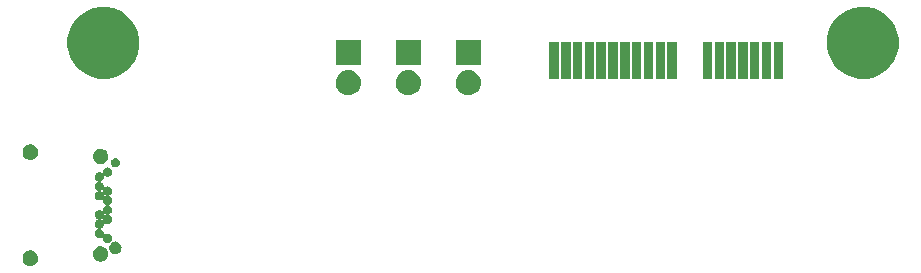
<source format=gbs>
G04 #@! TF.FileFunction,Soldermask,Bot*
%FSLAX46Y46*%
G04 Gerber Fmt 4.6, Leading zero omitted, Abs format (unit mm)*
G04 Created by KiCad (PCBNEW 4.0.7) date Thursday, January 18, 2018 'PMt' 01:36:02 PM*
%MOMM*%
%LPD*%
G01*
G04 APERTURE LIST*
%ADD10C,0.100000*%
G04 APERTURE END LIST*
D10*
G36*
X1478627Y2412966D02*
X1604152Y2387200D01*
X1722278Y2337545D01*
X1828512Y2265889D01*
X1918799Y2174969D01*
X1989711Y2068238D01*
X2038540Y1949769D01*
X2063377Y1824333D01*
X2063377Y1824327D01*
X2063428Y1824069D01*
X2061385Y1677711D01*
X2061326Y1677452D01*
X2061326Y1677446D01*
X2032998Y1552759D01*
X1980878Y1435695D01*
X1907015Y1330988D01*
X1814223Y1242623D01*
X1706028Y1173960D01*
X1586561Y1127622D01*
X1460374Y1105372D01*
X1332258Y1108056D01*
X1207110Y1135572D01*
X1089688Y1186872D01*
X984470Y1260000D01*
X895457Y1352176D01*
X826040Y1459889D01*
X778870Y1579028D01*
X755739Y1705059D01*
X757528Y1833184D01*
X784170Y1958525D01*
X834651Y2076303D01*
X907044Y2182032D01*
X998596Y2271686D01*
X1105813Y2341847D01*
X1224627Y2389851D01*
X1350494Y2413862D01*
X1478627Y2412966D01*
X1478627Y2412966D01*
G37*
G36*
X7428627Y2772966D02*
X7554152Y2747200D01*
X7672278Y2697545D01*
X7778512Y2625889D01*
X7868799Y2534969D01*
X7939711Y2428238D01*
X7988540Y2309769D01*
X8013377Y2184333D01*
X8013377Y2184327D01*
X8013428Y2184069D01*
X8011385Y2037711D01*
X8011326Y2037452D01*
X8011326Y2037446D01*
X7982998Y1912759D01*
X7930878Y1795695D01*
X7857015Y1690988D01*
X7764223Y1602623D01*
X7656028Y1533960D01*
X7536561Y1487622D01*
X7410374Y1465372D01*
X7282258Y1468056D01*
X7157110Y1495572D01*
X7039688Y1546872D01*
X6934470Y1620000D01*
X6845457Y1712176D01*
X6776040Y1819889D01*
X6728870Y1939028D01*
X6705739Y2065059D01*
X6707528Y2193184D01*
X6734170Y2318525D01*
X6784651Y2436303D01*
X6857044Y2542032D01*
X6948596Y2631686D01*
X7055813Y2701847D01*
X7174627Y2749851D01*
X7300494Y2773862D01*
X7428627Y2772966D01*
X7428627Y2772966D01*
G37*
G36*
X8665247Y3175651D02*
X8766296Y3154909D01*
X8861390Y3114935D01*
X8946909Y3057252D01*
X9019594Y2984057D01*
X9076679Y2898137D01*
X9115987Y2802768D01*
X9135971Y2701841D01*
X9135971Y2701835D01*
X9136022Y2701577D01*
X9134377Y2583756D01*
X9134319Y2583501D01*
X9134319Y2583491D01*
X9111525Y2483165D01*
X9069569Y2388931D01*
X9010106Y2304637D01*
X8935406Y2233500D01*
X8848308Y2178226D01*
X8752137Y2140924D01*
X8650552Y2123012D01*
X8547416Y2125172D01*
X8446671Y2147322D01*
X8352140Y2188622D01*
X8267440Y2247490D01*
X8195783Y2321694D01*
X8139900Y2408405D01*
X8101928Y2504314D01*
X8083307Y2605771D01*
X8084747Y2708914D01*
X8106195Y2809817D01*
X8146833Y2904631D01*
X8205111Y2989744D01*
X8278812Y3061918D01*
X8365122Y3118397D01*
X8460773Y3157043D01*
X8562096Y3176372D01*
X8665247Y3175651D01*
X8665247Y3175651D01*
G37*
G36*
X7990688Y9437144D02*
X8065112Y9421867D01*
X8135151Y9392425D01*
X8198134Y9349943D01*
X8251668Y9296033D01*
X8293710Y9232755D01*
X8322661Y9162514D01*
X8337366Y9088251D01*
X8337366Y9088239D01*
X8337416Y9087986D01*
X8336204Y9001211D01*
X8336147Y9000961D01*
X8336147Y9000945D01*
X8319376Y8927129D01*
X8288473Y8857719D01*
X8244680Y8795638D01*
X8189663Y8743246D01*
X8125513Y8702535D01*
X8054687Y8675064D01*
X7979867Y8661871D01*
X7903908Y8663462D01*
X7829705Y8679777D01*
X7760089Y8710191D01*
X7697702Y8753551D01*
X7696408Y8754891D01*
X7687861Y8761547D01*
X7677797Y8765559D01*
X7667015Y8766608D01*
X7656367Y8764612D01*
X7646696Y8759729D01*
X7638769Y8752344D01*
X7633213Y8743044D01*
X7630468Y8732564D01*
X7630947Y8720667D01*
X7637366Y8688250D01*
X7637366Y8688239D01*
X7637416Y8687986D01*
X7636204Y8601211D01*
X7636147Y8600961D01*
X7636147Y8600945D01*
X7619376Y8527129D01*
X7588473Y8457719D01*
X7544680Y8395638D01*
X7489663Y8343246D01*
X7425514Y8302536D01*
X7383132Y8286097D01*
X7373683Y8280797D01*
X7366085Y8273075D01*
X7360939Y8263542D01*
X7358653Y8252952D01*
X7359408Y8242145D01*
X7363143Y8231975D01*
X7369564Y8223249D01*
X7382136Y8214711D01*
X7435150Y8192426D01*
X7498134Y8149943D01*
X7551668Y8096033D01*
X7593710Y8032755D01*
X7622661Y7962514D01*
X7637366Y7888251D01*
X7637366Y7888239D01*
X7637416Y7887986D01*
X7636204Y7801211D01*
X7636147Y7800961D01*
X7636147Y7800946D01*
X7631217Y7779249D01*
X7630327Y7768452D01*
X7632480Y7757834D01*
X7637506Y7748237D01*
X7645007Y7740420D01*
X7654388Y7735002D01*
X7664908Y7732412D01*
X7675732Y7732856D01*
X7686005Y7736297D01*
X7695697Y7743212D01*
X7706079Y7753379D01*
X7769646Y7794977D01*
X7840093Y7823439D01*
X7914719Y7837675D01*
X7990688Y7837144D01*
X8065112Y7821867D01*
X8135151Y7792425D01*
X8198134Y7749943D01*
X8251668Y7696033D01*
X8293710Y7632755D01*
X8322661Y7562514D01*
X8337366Y7488251D01*
X8337366Y7488239D01*
X8337416Y7487986D01*
X8336204Y7401211D01*
X8336147Y7400961D01*
X8336147Y7400945D01*
X8319376Y7327129D01*
X8288473Y7257719D01*
X8244680Y7195638D01*
X8189663Y7143246D01*
X8125514Y7102536D01*
X8083132Y7086097D01*
X8073683Y7080797D01*
X8066085Y7073075D01*
X8060939Y7063542D01*
X8058653Y7052952D01*
X8059408Y7042145D01*
X8063143Y7031975D01*
X8069564Y7023249D01*
X8082136Y7014711D01*
X8135150Y6992426D01*
X8198134Y6949943D01*
X8251668Y6896033D01*
X8293710Y6832755D01*
X8322661Y6762514D01*
X8337366Y6688251D01*
X8337366Y6688239D01*
X8337416Y6687986D01*
X8336204Y6601211D01*
X8336147Y6600961D01*
X8336147Y6600945D01*
X8319376Y6527129D01*
X8288473Y6457719D01*
X8244680Y6395638D01*
X8189663Y6343246D01*
X8125514Y6302536D01*
X8083132Y6286097D01*
X8073683Y6280797D01*
X8066085Y6273075D01*
X8060939Y6263542D01*
X8058653Y6252952D01*
X8059408Y6242145D01*
X8063143Y6231975D01*
X8069564Y6223249D01*
X8082136Y6214711D01*
X8135150Y6192426D01*
X8198134Y6149943D01*
X8251668Y6096033D01*
X8293710Y6032755D01*
X8322661Y5962514D01*
X8337366Y5888251D01*
X8337366Y5888239D01*
X8337416Y5887986D01*
X8336204Y5801211D01*
X8336147Y5800961D01*
X8336147Y5800945D01*
X8319376Y5727129D01*
X8288473Y5657719D01*
X8244680Y5595638D01*
X8189663Y5543246D01*
X8125514Y5502536D01*
X8083132Y5486097D01*
X8073683Y5480797D01*
X8066085Y5473075D01*
X8060939Y5463542D01*
X8058653Y5452952D01*
X8059408Y5442145D01*
X8063143Y5431975D01*
X8069564Y5423249D01*
X8082136Y5414711D01*
X8135150Y5392426D01*
X8198134Y5349943D01*
X8251668Y5296033D01*
X8293710Y5232755D01*
X8322661Y5162514D01*
X8337366Y5088251D01*
X8337366Y5088239D01*
X8337416Y5087986D01*
X8336204Y5001211D01*
X8336147Y5000961D01*
X8336147Y5000945D01*
X8319376Y4927129D01*
X8288473Y4857719D01*
X8244680Y4795638D01*
X8189663Y4743246D01*
X8125513Y4702535D01*
X8054687Y4675064D01*
X7979867Y4661871D01*
X7903908Y4663462D01*
X7829705Y4679777D01*
X7760089Y4710191D01*
X7697702Y4753551D01*
X7696408Y4754891D01*
X7687861Y4761547D01*
X7677797Y4765559D01*
X7667015Y4766608D01*
X7656367Y4764612D01*
X7646696Y4759729D01*
X7638769Y4752344D01*
X7633213Y4743044D01*
X7630468Y4732564D01*
X7630947Y4720667D01*
X7637366Y4688250D01*
X7637366Y4688239D01*
X7637416Y4687986D01*
X7636204Y4601211D01*
X7636147Y4600961D01*
X7636147Y4600945D01*
X7619376Y4527129D01*
X7588473Y4457719D01*
X7544680Y4395638D01*
X7489663Y4343246D01*
X7425514Y4302536D01*
X7383132Y4286097D01*
X7373683Y4280797D01*
X7366085Y4273075D01*
X7360939Y4263542D01*
X7358653Y4252952D01*
X7359408Y4242145D01*
X7363143Y4231975D01*
X7369564Y4223249D01*
X7382136Y4214711D01*
X7435150Y4192426D01*
X7498134Y4149943D01*
X7551668Y4096033D01*
X7593710Y4032755D01*
X7622661Y3962514D01*
X7637366Y3888251D01*
X7637366Y3888239D01*
X7637416Y3887986D01*
X7636204Y3801211D01*
X7636147Y3800961D01*
X7636147Y3800946D01*
X7631217Y3779249D01*
X7630327Y3768452D01*
X7632480Y3757834D01*
X7637506Y3748237D01*
X7645007Y3740420D01*
X7654388Y3735002D01*
X7664908Y3732412D01*
X7675732Y3732856D01*
X7686005Y3736297D01*
X7695697Y3743212D01*
X7706079Y3753379D01*
X7769646Y3794977D01*
X7840093Y3823439D01*
X7914719Y3837675D01*
X7990688Y3837144D01*
X8065112Y3821867D01*
X8135151Y3792425D01*
X8198134Y3749943D01*
X8251668Y3696033D01*
X8293710Y3632755D01*
X8322661Y3562514D01*
X8337366Y3488251D01*
X8337366Y3488239D01*
X8337416Y3487986D01*
X8336204Y3401211D01*
X8336147Y3400961D01*
X8336147Y3400945D01*
X8319376Y3327129D01*
X8288473Y3257719D01*
X8244680Y3195638D01*
X8189663Y3143246D01*
X8125513Y3102535D01*
X8054687Y3075064D01*
X7979867Y3061871D01*
X7903908Y3063462D01*
X7829705Y3079777D01*
X7760089Y3110191D01*
X7697702Y3153551D01*
X7644928Y3208201D01*
X7603769Y3272065D01*
X7575804Y3342697D01*
X7562089Y3417430D01*
X7563149Y3493390D01*
X7569227Y3521984D01*
X7569966Y3532792D01*
X7567664Y3543378D01*
X7562505Y3552904D01*
X7554896Y3560616D01*
X7545439Y3565902D01*
X7534885Y3568345D01*
X7524067Y3567750D01*
X7513844Y3564166D01*
X7505018Y3557869D01*
X7489663Y3543246D01*
X7425513Y3502535D01*
X7354687Y3475064D01*
X7279867Y3461871D01*
X7203908Y3463462D01*
X7129705Y3479777D01*
X7060089Y3510191D01*
X6997702Y3553551D01*
X6944928Y3608201D01*
X6903769Y3672065D01*
X6875804Y3742697D01*
X6862089Y3817430D01*
X6863149Y3893389D01*
X6878946Y3967706D01*
X6908876Y4037537D01*
X6951798Y4100223D01*
X7006079Y4153379D01*
X7069646Y4194977D01*
X7116773Y4214017D01*
X7126147Y4219448D01*
X7133637Y4227276D01*
X7138649Y4236880D01*
X7140787Y4247501D01*
X7139882Y4258297D01*
X7136005Y4268413D01*
X7129463Y4277048D01*
X7117764Y4284994D01*
X7060089Y4310191D01*
X6997702Y4353551D01*
X6944928Y4408201D01*
X6903769Y4472065D01*
X6875804Y4542697D01*
X6862089Y4617430D01*
X6863149Y4693389D01*
X6878946Y4767706D01*
X6908876Y4837537D01*
X6951798Y4900223D01*
X7006079Y4953379D01*
X7069646Y4994977D01*
X7116773Y5014017D01*
X7126147Y5019448D01*
X7133637Y5027276D01*
X7138649Y5036880D01*
X7140787Y5047501D01*
X7140331Y5052952D01*
X7358653Y5052952D01*
X7359408Y5042145D01*
X7363143Y5031975D01*
X7369564Y5023249D01*
X7382136Y5014711D01*
X7435150Y4992426D01*
X7498134Y4949943D01*
X7504144Y4943891D01*
X7512783Y4937354D01*
X7522902Y4933483D01*
X7533698Y4932584D01*
X7544317Y4934728D01*
X7553919Y4939746D01*
X7561742Y4947240D01*
X7567168Y4956617D01*
X7569767Y4967135D01*
X7569331Y4977969D01*
X7562089Y5017430D01*
X7563149Y5093390D01*
X7569227Y5121984D01*
X7569966Y5132792D01*
X7567664Y5143378D01*
X7562505Y5152904D01*
X7554896Y5160616D01*
X7545439Y5165902D01*
X7534885Y5168345D01*
X7524067Y5167750D01*
X7513844Y5164166D01*
X7505018Y5157869D01*
X7489663Y5143246D01*
X7425514Y5102536D01*
X7383132Y5086097D01*
X7373683Y5080797D01*
X7366085Y5073075D01*
X7360939Y5063542D01*
X7358653Y5052952D01*
X7140331Y5052952D01*
X7139882Y5058297D01*
X7136005Y5068413D01*
X7129463Y5077048D01*
X7117764Y5084994D01*
X7060089Y5110191D01*
X6997702Y5153551D01*
X6944928Y5208201D01*
X6903769Y5272065D01*
X6875804Y5342697D01*
X6871078Y5368452D01*
X7630327Y5368452D01*
X7632480Y5357834D01*
X7637506Y5348237D01*
X7645007Y5340420D01*
X7654388Y5335002D01*
X7664908Y5332412D01*
X7675732Y5332856D01*
X7686005Y5336297D01*
X7695697Y5343212D01*
X7706079Y5353379D01*
X7769646Y5394977D01*
X7816773Y5414017D01*
X7826147Y5419448D01*
X7833637Y5427276D01*
X7838649Y5436880D01*
X7840787Y5447501D01*
X7839882Y5458297D01*
X7836005Y5468413D01*
X7829463Y5477048D01*
X7817764Y5484994D01*
X7760089Y5510191D01*
X7697702Y5553551D01*
X7696408Y5554891D01*
X7687861Y5561547D01*
X7677797Y5565559D01*
X7667015Y5566608D01*
X7656367Y5564612D01*
X7646696Y5559729D01*
X7638769Y5552344D01*
X7633213Y5543044D01*
X7630468Y5532564D01*
X7630947Y5520667D01*
X7637366Y5488250D01*
X7637366Y5488239D01*
X7637416Y5487986D01*
X7636204Y5401211D01*
X7636147Y5400961D01*
X7636147Y5400946D01*
X7631217Y5379249D01*
X7630327Y5368452D01*
X6871078Y5368452D01*
X6862089Y5417430D01*
X6863149Y5493389D01*
X6878946Y5567706D01*
X6908876Y5637537D01*
X6951798Y5700223D01*
X7006079Y5753379D01*
X7069646Y5794977D01*
X7140093Y5823439D01*
X7214719Y5837675D01*
X7290688Y5837144D01*
X7365112Y5821867D01*
X7435151Y5792425D01*
X7498134Y5749943D01*
X7504144Y5743891D01*
X7512783Y5737354D01*
X7522902Y5733483D01*
X7533698Y5732584D01*
X7544317Y5734728D01*
X7553919Y5739746D01*
X7561742Y5747240D01*
X7567168Y5756617D01*
X7569767Y5767135D01*
X7569331Y5777969D01*
X7562089Y5817430D01*
X7563149Y5893389D01*
X7578946Y5967706D01*
X7608876Y6037537D01*
X7651798Y6100223D01*
X7706079Y6153379D01*
X7769646Y6194977D01*
X7816773Y6214017D01*
X7826147Y6219448D01*
X7833637Y6227276D01*
X7838649Y6236880D01*
X7840787Y6247501D01*
X7839882Y6258297D01*
X7836005Y6268413D01*
X7829463Y6277048D01*
X7817764Y6284994D01*
X7760089Y6310191D01*
X7697702Y6353551D01*
X7644928Y6408201D01*
X7603769Y6472065D01*
X7575804Y6542697D01*
X7562089Y6617430D01*
X7563149Y6693390D01*
X7569227Y6721984D01*
X7569966Y6732792D01*
X7567664Y6743378D01*
X7562505Y6752904D01*
X7554896Y6760616D01*
X7545439Y6765902D01*
X7534885Y6768345D01*
X7524067Y6767750D01*
X7513844Y6764166D01*
X7505018Y6757869D01*
X7489663Y6743246D01*
X7425513Y6702535D01*
X7354687Y6675064D01*
X7279867Y6661871D01*
X7203908Y6663462D01*
X7129705Y6679777D01*
X7060089Y6710191D01*
X6997702Y6753551D01*
X6944928Y6808201D01*
X6903769Y6872065D01*
X6875804Y6942697D01*
X6871078Y6968452D01*
X7630327Y6968452D01*
X7632480Y6957834D01*
X7637506Y6948237D01*
X7645007Y6940420D01*
X7654388Y6935002D01*
X7664908Y6932412D01*
X7675732Y6932856D01*
X7686005Y6936297D01*
X7695697Y6943212D01*
X7706079Y6953379D01*
X7769646Y6994977D01*
X7816773Y7014017D01*
X7826147Y7019448D01*
X7833637Y7027276D01*
X7838649Y7036880D01*
X7840787Y7047501D01*
X7839882Y7058297D01*
X7836005Y7068413D01*
X7829463Y7077048D01*
X7817764Y7084994D01*
X7760089Y7110191D01*
X7697702Y7153551D01*
X7696408Y7154891D01*
X7687861Y7161547D01*
X7677797Y7165559D01*
X7667015Y7166608D01*
X7656367Y7164612D01*
X7646696Y7159729D01*
X7638769Y7152344D01*
X7633213Y7143044D01*
X7630468Y7132564D01*
X7630947Y7120667D01*
X7637366Y7088250D01*
X7637366Y7088239D01*
X7637416Y7087986D01*
X7636204Y7001211D01*
X7636147Y7000961D01*
X7636147Y7000946D01*
X7631217Y6979249D01*
X7630327Y6968452D01*
X6871078Y6968452D01*
X6862089Y7017430D01*
X6863149Y7093389D01*
X6878946Y7167706D01*
X6908876Y7237537D01*
X6951798Y7300223D01*
X7006079Y7353379D01*
X7069646Y7394977D01*
X7116773Y7414017D01*
X7126147Y7419448D01*
X7133637Y7427276D01*
X7138649Y7436880D01*
X7140787Y7447501D01*
X7140331Y7452952D01*
X7358653Y7452952D01*
X7359408Y7442145D01*
X7363143Y7431975D01*
X7369564Y7423249D01*
X7382136Y7414711D01*
X7435150Y7392426D01*
X7498134Y7349943D01*
X7504144Y7343891D01*
X7512783Y7337354D01*
X7522902Y7333483D01*
X7533698Y7332584D01*
X7544317Y7334728D01*
X7553919Y7339746D01*
X7561742Y7347240D01*
X7567168Y7356617D01*
X7569767Y7367135D01*
X7569331Y7377969D01*
X7562089Y7417430D01*
X7563149Y7493390D01*
X7569227Y7521984D01*
X7569966Y7532792D01*
X7567664Y7543378D01*
X7562505Y7552904D01*
X7554896Y7560616D01*
X7545439Y7565902D01*
X7534885Y7568345D01*
X7524067Y7567750D01*
X7513844Y7564166D01*
X7505018Y7557869D01*
X7489663Y7543246D01*
X7425514Y7502536D01*
X7383132Y7486097D01*
X7373683Y7480797D01*
X7366085Y7473075D01*
X7360939Y7463542D01*
X7358653Y7452952D01*
X7140331Y7452952D01*
X7139882Y7458297D01*
X7136005Y7468413D01*
X7129463Y7477048D01*
X7117764Y7484994D01*
X7060089Y7510191D01*
X6997702Y7553551D01*
X6944928Y7608201D01*
X6903769Y7672065D01*
X6875804Y7742697D01*
X6862089Y7817430D01*
X6863149Y7893389D01*
X6878946Y7967706D01*
X6908876Y8037537D01*
X6951798Y8100223D01*
X7006079Y8153379D01*
X7069646Y8194977D01*
X7116773Y8214017D01*
X7126147Y8219448D01*
X7133637Y8227276D01*
X7138649Y8236880D01*
X7140787Y8247501D01*
X7139882Y8258297D01*
X7136005Y8268413D01*
X7129463Y8277048D01*
X7117764Y8284994D01*
X7060089Y8310191D01*
X6997702Y8353551D01*
X6944928Y8408201D01*
X6903769Y8472065D01*
X6875804Y8542697D01*
X6862089Y8617430D01*
X6863149Y8693389D01*
X6878946Y8767706D01*
X6908876Y8837537D01*
X6951798Y8900223D01*
X7006079Y8953379D01*
X7069646Y8994977D01*
X7140093Y9023439D01*
X7214719Y9037675D01*
X7290688Y9037144D01*
X7365112Y9021867D01*
X7435151Y8992425D01*
X7498134Y8949943D01*
X7504144Y8943891D01*
X7512783Y8937354D01*
X7522902Y8933483D01*
X7533698Y8932584D01*
X7544317Y8934728D01*
X7553919Y8939746D01*
X7561742Y8947240D01*
X7567168Y8956617D01*
X7569767Y8967135D01*
X7569331Y8977969D01*
X7562089Y9017430D01*
X7563149Y9093389D01*
X7578946Y9167706D01*
X7608876Y9237537D01*
X7651798Y9300223D01*
X7706079Y9353379D01*
X7769646Y9394977D01*
X7840093Y9423439D01*
X7914719Y9437675D01*
X7990688Y9437144D01*
X7990688Y9437144D01*
G37*
G36*
X8649492Y10225751D02*
X8721725Y10210924D01*
X8789701Y10182350D01*
X8850835Y10141114D01*
X8902789Y10088796D01*
X8943596Y10027377D01*
X8971695Y9959204D01*
X8985965Y9887133D01*
X8985965Y9887127D01*
X8986016Y9886869D01*
X8984840Y9802647D01*
X8984782Y9802392D01*
X8984782Y9802382D01*
X8968506Y9730738D01*
X8938516Y9663381D01*
X8896009Y9603123D01*
X8842611Y9552273D01*
X8780349Y9512761D01*
X8711604Y9486097D01*
X8638989Y9473293D01*
X8565262Y9474837D01*
X8493248Y9490670D01*
X8425673Y9520193D01*
X8365128Y9562273D01*
X8313905Y9615316D01*
X8273958Y9677301D01*
X8246816Y9745854D01*
X8233504Y9818389D01*
X8234533Y9892113D01*
X8249864Y9964241D01*
X8278914Y10032018D01*
X8320573Y10092860D01*
X8373257Y10144452D01*
X8434953Y10184825D01*
X8503327Y10212450D01*
X8575757Y10226267D01*
X8649492Y10225751D01*
X8649492Y10225751D01*
G37*
G36*
X7428627Y11032966D02*
X7554152Y11007200D01*
X7672278Y10957545D01*
X7778512Y10885889D01*
X7868799Y10794969D01*
X7939711Y10688238D01*
X7988540Y10569769D01*
X8013377Y10444333D01*
X8013377Y10444327D01*
X8013428Y10444069D01*
X8011385Y10297711D01*
X8011326Y10297452D01*
X8011326Y10297446D01*
X7982998Y10172759D01*
X7930878Y10055695D01*
X7857015Y9950988D01*
X7764223Y9862623D01*
X7656028Y9793960D01*
X7536561Y9747622D01*
X7410374Y9725372D01*
X7282258Y9728056D01*
X7157110Y9755572D01*
X7039688Y9806872D01*
X6934470Y9880000D01*
X6845457Y9972176D01*
X6776040Y10079889D01*
X6728870Y10199028D01*
X6705739Y10325059D01*
X6707528Y10453184D01*
X6734170Y10578525D01*
X6784651Y10696303D01*
X6857044Y10802032D01*
X6948596Y10891686D01*
X7055813Y10961847D01*
X7174627Y11009851D01*
X7300494Y11033862D01*
X7428627Y11032966D01*
X7428627Y11032966D01*
G37*
G36*
X1478627Y11392966D02*
X1604152Y11367200D01*
X1722278Y11317545D01*
X1828512Y11245889D01*
X1918799Y11154969D01*
X1989711Y11048238D01*
X2038540Y10929769D01*
X2063377Y10804333D01*
X2063377Y10804327D01*
X2063428Y10804069D01*
X2061385Y10657711D01*
X2061326Y10657452D01*
X2061326Y10657446D01*
X2032998Y10532759D01*
X1980878Y10415695D01*
X1907015Y10310988D01*
X1814223Y10222623D01*
X1706028Y10153960D01*
X1586561Y10107622D01*
X1460374Y10085372D01*
X1332258Y10088056D01*
X1207110Y10115572D01*
X1089688Y10166872D01*
X984470Y10240000D01*
X895457Y10332176D01*
X826040Y10439889D01*
X778870Y10559028D01*
X755739Y10685059D01*
X757528Y10813184D01*
X784170Y10938525D01*
X834651Y11056303D01*
X907044Y11162032D01*
X998596Y11251686D01*
X1105813Y11321847D01*
X1224627Y11369851D01*
X1350494Y11393862D01*
X1478627Y11392966D01*
X1478627Y11392966D01*
G37*
G36*
X38508497Y17686907D02*
X38508498Y17686907D01*
X38510061Y17686896D01*
X38717005Y17663683D01*
X38915499Y17600717D01*
X39097983Y17500396D01*
X39257505Y17366541D01*
X39387991Y17204250D01*
X39484468Y17019705D01*
X39543263Y16819936D01*
X39543265Y16819911D01*
X39543268Y16819902D01*
X39562138Y16612549D01*
X39540375Y16405487D01*
X39540373Y16405482D01*
X39540370Y16405450D01*
X39478791Y16206521D01*
X39379746Y16023341D01*
X39247008Y15862888D01*
X39085632Y15731273D01*
X38901765Y15633509D01*
X38702411Y15573321D01*
X38495163Y15553000D01*
X38484777Y15553000D01*
X38471503Y15553093D01*
X38471502Y15553093D01*
X38469939Y15553104D01*
X38262995Y15576317D01*
X38064501Y15639283D01*
X37882017Y15739604D01*
X37722495Y15873459D01*
X37592009Y16035750D01*
X37495532Y16220295D01*
X37436737Y16420064D01*
X37436735Y16420089D01*
X37436732Y16420098D01*
X37417862Y16627451D01*
X37439625Y16834513D01*
X37439627Y16834518D01*
X37439630Y16834550D01*
X37501209Y17033479D01*
X37600254Y17216659D01*
X37732992Y17377112D01*
X37894368Y17508727D01*
X38078235Y17606491D01*
X38277589Y17666679D01*
X38484837Y17687000D01*
X38495223Y17687000D01*
X38508497Y17686907D01*
X38508497Y17686907D01*
G37*
G36*
X33428497Y17686907D02*
X33428498Y17686907D01*
X33430061Y17686896D01*
X33637005Y17663683D01*
X33835499Y17600717D01*
X34017983Y17500396D01*
X34177505Y17366541D01*
X34307991Y17204250D01*
X34404468Y17019705D01*
X34463263Y16819936D01*
X34463265Y16819911D01*
X34463268Y16819902D01*
X34482138Y16612549D01*
X34460375Y16405487D01*
X34460373Y16405482D01*
X34460370Y16405450D01*
X34398791Y16206521D01*
X34299746Y16023341D01*
X34167008Y15862888D01*
X34005632Y15731273D01*
X33821765Y15633509D01*
X33622411Y15573321D01*
X33415163Y15553000D01*
X33404777Y15553000D01*
X33391503Y15553093D01*
X33391502Y15553093D01*
X33389939Y15553104D01*
X33182995Y15576317D01*
X32984501Y15639283D01*
X32802017Y15739604D01*
X32642495Y15873459D01*
X32512009Y16035750D01*
X32415532Y16220295D01*
X32356737Y16420064D01*
X32356735Y16420089D01*
X32356732Y16420098D01*
X32337862Y16627451D01*
X32359625Y16834513D01*
X32359627Y16834518D01*
X32359630Y16834550D01*
X32421209Y17033479D01*
X32520254Y17216659D01*
X32652992Y17377112D01*
X32814368Y17508727D01*
X32998235Y17606491D01*
X33197589Y17666679D01*
X33404837Y17687000D01*
X33415223Y17687000D01*
X33428497Y17686907D01*
X33428497Y17686907D01*
G37*
G36*
X28348497Y17686907D02*
X28348498Y17686907D01*
X28350061Y17686896D01*
X28557005Y17663683D01*
X28755499Y17600717D01*
X28937983Y17500396D01*
X29097505Y17366541D01*
X29227991Y17204250D01*
X29324468Y17019705D01*
X29383263Y16819936D01*
X29383265Y16819911D01*
X29383268Y16819902D01*
X29402138Y16612549D01*
X29380375Y16405487D01*
X29380373Y16405482D01*
X29380370Y16405450D01*
X29318791Y16206521D01*
X29219746Y16023341D01*
X29087008Y15862888D01*
X28925632Y15731273D01*
X28741765Y15633509D01*
X28542411Y15573321D01*
X28335163Y15553000D01*
X28324777Y15553000D01*
X28311503Y15553093D01*
X28311502Y15553093D01*
X28309939Y15553104D01*
X28102995Y15576317D01*
X27904501Y15639283D01*
X27722017Y15739604D01*
X27562495Y15873459D01*
X27432009Y16035750D01*
X27335532Y16220295D01*
X27276737Y16420064D01*
X27276735Y16420089D01*
X27276732Y16420098D01*
X27257862Y16627451D01*
X27279625Y16834513D01*
X27279627Y16834518D01*
X27279630Y16834550D01*
X27341209Y17033479D01*
X27440254Y17216659D01*
X27572992Y17377112D01*
X27734368Y17508727D01*
X27918235Y17606491D01*
X28117589Y17666679D01*
X28324837Y17687000D01*
X28335223Y17687000D01*
X28348497Y17686907D01*
X28348497Y17686907D01*
G37*
G36*
X72220457Y23048970D02*
X72806573Y22928658D01*
X73358152Y22696795D01*
X73854195Y22362210D01*
X74275796Y21937655D01*
X74606909Y21439290D01*
X74834916Y20886104D01*
X74951080Y20299430D01*
X74951080Y20299419D01*
X74951130Y20299166D01*
X74941588Y19615758D01*
X74941530Y19615503D01*
X74941530Y19615493D01*
X74809031Y19032297D01*
X74565666Y18485690D01*
X74220769Y17996766D01*
X73787474Y17584145D01*
X73282282Y17263541D01*
X72724445Y17047171D01*
X72135205Y16943272D01*
X71536999Y16955802D01*
X70952626Y17084286D01*
X70404336Y17323827D01*
X69913019Y17665301D01*
X69497382Y18095706D01*
X69173257Y18598648D01*
X68952999Y19154957D01*
X68844988Y19743467D01*
X68853341Y20341735D01*
X68977742Y20926995D01*
X69213452Y21476945D01*
X69551489Y21970636D01*
X69978981Y22389268D01*
X70479640Y22716890D01*
X71034409Y22941031D01*
X71622142Y23053147D01*
X72220457Y23048970D01*
X72220457Y23048970D01*
G37*
G36*
X7920457Y23048970D02*
X8506573Y22928658D01*
X9058152Y22696795D01*
X9554195Y22362210D01*
X9975796Y21937655D01*
X10306909Y21439290D01*
X10534916Y20886104D01*
X10651080Y20299430D01*
X10651080Y20299419D01*
X10651130Y20299166D01*
X10641588Y19615758D01*
X10641530Y19615503D01*
X10641530Y19615493D01*
X10509031Y19032297D01*
X10265666Y18485690D01*
X9920769Y17996766D01*
X9487474Y17584145D01*
X8982282Y17263541D01*
X8424445Y17047171D01*
X7835205Y16943272D01*
X7236999Y16955802D01*
X6652626Y17084286D01*
X6104336Y17323827D01*
X5613019Y17665301D01*
X5197382Y18095706D01*
X4873257Y18598648D01*
X4652999Y19154957D01*
X4544988Y19743467D01*
X4553341Y20341735D01*
X4677742Y20926995D01*
X4913452Y21476945D01*
X5251489Y21970636D01*
X5678981Y22389268D01*
X6179640Y22716890D01*
X6734409Y22941031D01*
X7322142Y23053147D01*
X7920457Y23048970D01*
X7920457Y23048970D01*
G37*
G36*
X55151000Y16949000D02*
X54349000Y16949000D01*
X54349000Y20051000D01*
X55151000Y20051000D01*
X55151000Y16949000D01*
X55151000Y16949000D01*
G37*
G36*
X56151000Y16949000D02*
X55349000Y16949000D01*
X55349000Y20051000D01*
X56151000Y20051000D01*
X56151000Y16949000D01*
X56151000Y16949000D01*
G37*
G36*
X59151000Y16949000D02*
X58349000Y16949000D01*
X58349000Y20051000D01*
X59151000Y20051000D01*
X59151000Y16949000D01*
X59151000Y16949000D01*
G37*
G36*
X54151000Y16949000D02*
X53349000Y16949000D01*
X53349000Y20051000D01*
X54151000Y20051000D01*
X54151000Y16949000D01*
X54151000Y16949000D01*
G37*
G36*
X60151000Y16949000D02*
X59349000Y16949000D01*
X59349000Y20051000D01*
X60151000Y20051000D01*
X60151000Y16949000D01*
X60151000Y16949000D01*
G37*
G36*
X46151000Y16949000D02*
X45349000Y16949000D01*
X45349000Y20051000D01*
X46151000Y20051000D01*
X46151000Y16949000D01*
X46151000Y16949000D01*
G37*
G36*
X61151000Y16949000D02*
X60349000Y16949000D01*
X60349000Y20051000D01*
X61151000Y20051000D01*
X61151000Y16949000D01*
X61151000Y16949000D01*
G37*
G36*
X48151000Y16949000D02*
X47349000Y16949000D01*
X47349000Y20051000D01*
X48151000Y20051000D01*
X48151000Y16949000D01*
X48151000Y16949000D01*
G37*
G36*
X62151000Y16949000D02*
X61349000Y16949000D01*
X61349000Y20051000D01*
X62151000Y20051000D01*
X62151000Y16949000D01*
X62151000Y16949000D01*
G37*
G36*
X63151000Y16949000D02*
X62349000Y16949000D01*
X62349000Y20051000D01*
X63151000Y20051000D01*
X63151000Y16949000D01*
X63151000Y16949000D01*
G37*
G36*
X64151000Y16949000D02*
X63349000Y16949000D01*
X63349000Y20051000D01*
X64151000Y20051000D01*
X64151000Y16949000D01*
X64151000Y16949000D01*
G37*
G36*
X49151000Y16949000D02*
X48349000Y16949000D01*
X48349000Y20051000D01*
X49151000Y20051000D01*
X49151000Y16949000D01*
X49151000Y16949000D01*
G37*
G36*
X47151000Y16949000D02*
X46349000Y16949000D01*
X46349000Y20051000D01*
X47151000Y20051000D01*
X47151000Y16949000D01*
X47151000Y16949000D01*
G37*
G36*
X65151000Y16949000D02*
X64349000Y16949000D01*
X64349000Y20051000D01*
X65151000Y20051000D01*
X65151000Y16949000D01*
X65151000Y16949000D01*
G37*
G36*
X50151000Y16949000D02*
X49349000Y16949000D01*
X49349000Y20051000D01*
X50151000Y20051000D01*
X50151000Y16949000D01*
X50151000Y16949000D01*
G37*
G36*
X51151000Y16949000D02*
X50349000Y16949000D01*
X50349000Y20051000D01*
X51151000Y20051000D01*
X51151000Y16949000D01*
X51151000Y16949000D01*
G37*
G36*
X52151000Y16949000D02*
X51349000Y16949000D01*
X51349000Y20051000D01*
X52151000Y20051000D01*
X52151000Y16949000D01*
X52151000Y16949000D01*
G37*
G36*
X53151000Y16949000D02*
X52349000Y16949000D01*
X52349000Y20051000D01*
X53151000Y20051000D01*
X53151000Y16949000D01*
X53151000Y16949000D01*
G37*
G36*
X39557000Y18093000D02*
X37423000Y18093000D01*
X37423000Y20227000D01*
X39557000Y20227000D01*
X39557000Y18093000D01*
X39557000Y18093000D01*
G37*
G36*
X34477000Y18093000D02*
X32343000Y18093000D01*
X32343000Y20227000D01*
X34477000Y20227000D01*
X34477000Y18093000D01*
X34477000Y18093000D01*
G37*
G36*
X29397000Y18093000D02*
X27263000Y18093000D01*
X27263000Y20227000D01*
X29397000Y20227000D01*
X29397000Y18093000D01*
X29397000Y18093000D01*
G37*
M02*

</source>
